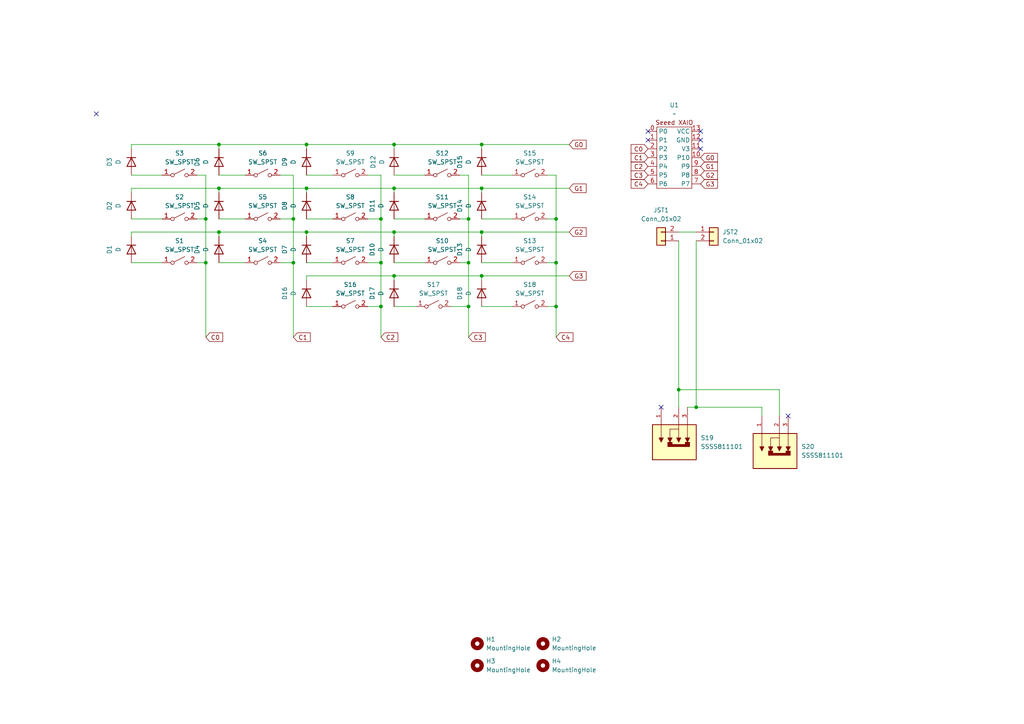
<source format=kicad_sch>
(kicad_sch (version 20231120) (generator "eeschema") (generator_version "8.0")
  (paper "A4")
  (lib_symbols
    (symbol "Connector_Generic:Conn_01x02" (pin_names (offset 1.016) hide)
      (property "Reference" "J" (at 0 2.54 0))
      (property "Value" "Conn_01x02" (at 0 -5.08 0))
      (symbol "Conn_01x02_1_1"
        (rectangle (start -1.27 -2.413) (end 0 -2.667) (stroke (width 0.1524)))
        (rectangle (start -1.27 0.127) (end 0 -0.127) (stroke (width 0.1524)))
        (rectangle (start -1.27 1.27) (end 1.27 -3.81) (stroke (width 0.254)) (fill (type background)))
        (pin passive line (at -5.08 0 0) (length 3.81) (name "Pin_1") (number "1"))
        (pin passive line (at -5.08 -2.54 0) (length 3.81) (name "Pin_2") (number "2"))
      )
    )
    (symbol "Device:D" (pin_numbers hide) (pin_names (offset 1.016) hide)
      (property "Reference" "D" (at 0 2.54 0))
      (property "Value" "D" (at 0 -2.54 0))
      (symbol "D_0_1"
        (polyline (pts (xy -1.27 1.27) (xy -1.27 -1.27)) (stroke (width 0.254)))
        (polyline (pts (xy 1.27 0) (xy -1.27 0)))
        (polyline (pts (xy 1.27 1.27) (xy 1.27 -1.27) (xy -1.27 0) (xy 1.27 1.27)) (stroke (width 0.254)))
      )
      (symbol "D_1_1"
        (pin passive line (at -3.81 0 0) (length 2.54) (name "K") (number "1"))
        (pin passive line (at 3.81 0 180) (length 2.54) (name "A") (number "2"))
      )
    )
    (symbol "Mechanical:MountingHole" (pin_names (offset 1.016)) (exclude_from_sim yes) (in_bom no)
      (property "Reference" "H" (at 0 5.08 0))
      (property "Value" "MountingHole" (at 0 3.175 0))
      (symbol "MountingHole_0_1"
        (circle (center 0 0) (radius 1.27) (stroke (width 1.27)))
      )
    )
    (symbol "Switch:SW_SPST" (pin_names (offset 0) hide)
      (property "Reference" "SW" (at 0 3.175 0))
      (property "Value" "SW_SPST" (at 0 -2.54 0))
      (symbol "SW_SPST_0_0"
        (circle (center -2.032 0) (radius 0.508))
        (polyline (pts (xy -1.524 0.254) (xy 1.524 1.778)))
        (circle (center 2.032 0) (radius 0.508))
      )
      (symbol "SW_SPST_1_1"
        (pin passive line (at -5.08 0 0) (length 2.54) (name "A") (number "1"))
        (pin passive line (at 5.08 0 180) (length 2.54) (name "B") (number "2"))
      )
    )
    (symbol "cSWITCH:SSSS811101" (pin_names (offset 1.016))
      (property "Reference" "S" (at -5.08 5.715 0))
      (property "Value" "SSSS811101" (at -5.08 -10.16 0))
      (symbol "SSSS811101_0_0"
        (rectangle (start -5.08 -7.62) (end 5.08 5.08) (stroke (width 0.254)) (fill (type background)))
        (polyline (pts (xy 3.81 -2.54) (xy 1.27 -2.54)) (stroke (width 0.1524)))
        (polyline (pts (xy 3.81 0) (xy 1.27 0)) (stroke (width 0.1524)))
        (polyline (pts (xy 3.81 0) (xy 3.81 -2.54)) (stroke (width 0.1524)))
        (polyline (pts (xy 5.08 -5.08) (xy 1.27 -5.08)) (stroke (width 0.1524)))
        (polyline (pts (xy 5.08 -2.54) (xy 3.81 -2.54)) (stroke (width 0.1524)))
        (polyline (pts (xy 5.08 2.54) (xy 1.27 2.54)) (stroke (width 0.1524)))
        (polyline (pts (xy 1.27 -5.715) (xy 1.27 -4.445) (xy 0 -5.08) (xy 1.27 -5.715)) (stroke (width 0.1524)) (fill (type outline)))
        (polyline (pts (xy 1.27 -3.175) (xy 1.27 -1.905) (xy 0 -2.54) (xy 1.27 -3.175)) (stroke (width 0.1524)) (fill (type outline)))
        (polyline (pts (xy 1.27 -0.635) (xy 1.27 0.635) (xy 0 0) (xy 1.27 -0.635)) (stroke (width 0.1524)) (fill (type outline)))
        (polyline (pts (xy 1.27 1.905) (xy 1.27 3.175) (xy 0 2.54) (xy 1.27 1.905)) (stroke (width 0.1524)) (fill (type outline)))
        (polyline (pts (xy 0 -4.445) (xy 0 -5.715) (xy -1.27 -5.715) (xy -1.27 0.635) (xy 0 0.635) (xy 0 -0.635) (xy -0.635 -0.635) (xy -0.635 -4.445) (xy 0 -4.445)) (stroke (width 0.1524)) (fill (type outline)))
        (pin passive line (at 10.16 2.54 180) (length 5.08) (name "~") (number "1"))
        (pin passive line (at 10.16 -2.54 180) (length 5.08) (name "~") (number "2"))
        (pin passive line (at 10.16 -5.08 180) (length 5.08) (name "~") (number "3"))
      )
    )
    (symbol "clacken:Seeed_XAIO"
      (property "Reference" "U" (at 0 -10.16 0))
      (symbol "Seeed_XAIO_0_1"
        (rectangle (start -5.08 8.89) (end 5.08 -8.89))
      )
      (symbol "Seeed_XAIO_1_1"
        (text "Seeed XAIO" (at 0 10.16 0) (effects (font (size 1.27 1.27))))
        (pin bidirectional line (at -7.62 7.62 0) (length 2.54) (name "P0") (number "0"))
        (pin bidirectional line (at -7.62 5.08 0) (length 2.54) (name "P1") (number "1"))
        (pin bidirectional line (at 7.62 0 180) (length 2.54) (name "P10") (number "10"))
        (pin output line (at 7.62 2.54 180) (length 2.54) (name "V3") (number "11"))
        (pin output line (at 7.62 5.08 180) (length 2.54) (name "GND") (number "12"))
        (pin output line (at 7.62 7.62 180) (length 2.54) (name "VCC") (number "13"))
        (pin bidirectional line (at -7.62 2.54 0) (length 2.54) (name "P2") (number "2"))
        (pin bidirectional line (at -7.62 0 0) (length 2.54) (name "P3") (number "3"))
        (pin bidirectional line (at -7.62 -2.54 0) (length 2.54) (name "P4") (number "4"))
        (pin bidirectional line (at -7.62 -5.08 0) (length 2.54) (name "P5") (number "5"))
        (pin bidirectional line (at -7.62 -7.62 0) (length 2.54) (name "P6") (number "6"))
        (pin bidirectional line (at 7.62 -7.62 180) (length 2.54) (name "P7") (number "7"))
        (pin bidirectional line (at 7.62 -5.08 180) (length 2.54) (name "P8") (number "8"))
        (pin bidirectional line (at 7.62 -2.54 180) (length 2.54) (name "P9") (number "9"))
      )
    )
  )
  (junction (at 135.89 88.9))
  (junction (at 85.09 63.5))
  (junction (at 139.7 41.91))
  (junction (at 139.7 80.01))
  (junction (at 63.5 67.31))
  (junction (at 161.29 63.5))
  (junction (at 59.69 76.2))
  (junction (at 85.09 76.2))
  (junction (at 139.7 54.61))
  (junction (at 88.9 54.61))
  (junction (at 201.93 118.11))
  (junction (at 59.69 63.5))
  (junction (at 139.7 67.31))
  (junction (at 88.9 41.91))
  (junction (at 135.89 63.5))
  (junction (at 88.9 67.31))
  (junction (at 135.89 76.2))
  (junction (at 110.49 88.9))
  (junction (at 114.3 80.01))
  (junction (at 110.49 76.2))
  (junction (at 63.5 54.61))
  (junction (at 161.29 76.2))
  (junction (at 161.29 88.9))
  (junction (at 114.3 41.91))
  (junction (at 114.3 54.61))
  (junction (at 114.3 67.31))
  (junction (at 63.5 41.91))
  (junction (at 196.85 113.03))
  (junction (at 110.49 63.5))
  (no_connect (at 187.96 38.1))
  (no_connect (at 203.2 38.1))
  (no_connect (at 187.96 40.64))
  (no_connect (at 27.94 33.02))
  (no_connect (at 203.2 40.64))
  (no_connect (at 203.2 43.18))
  (no_connect (at 191.77 118.11))
  (no_connect (at 228.6 120.65))
  (wire (pts (xy 63.5 63.5) (xy 71.12 63.5)))
  (wire (pts (xy 85.09 76.2) (xy 85.09 97.79)))
  (wire (pts (xy 114.3 67.31) (xy 139.7 67.31)))
  (wire (pts (xy 88.9 54.61) (xy 88.9 55.88)))
  (wire (pts (xy 199.39 118.11) (xy 201.93 118.11)))
  (wire (pts (xy 114.3 80.01) (xy 114.3 81.28)))
  (wire (pts (xy 196.85 69.85) (xy 196.85 113.03)))
  (wire (pts (xy 165.1 41.91) (xy 139.7 41.91)))
  (wire (pts (xy 85.09 63.5) (xy 81.28 63.5)))
  (wire (pts (xy 88.9 88.9) (xy 96.52 88.9)))
  (wire (pts (xy 63.5 41.91) (xy 63.5 43.18)))
  (wire (pts (xy 135.89 88.9) (xy 130.81 88.9)))
  (wire (pts (xy 59.69 63.5) (xy 57.15 63.5)))
  (wire (pts (xy 38.1 50.8) (xy 46.99 50.8)))
  (wire (pts (xy 88.9 41.91) (xy 88.9 43.18)))
  (wire (pts (xy 135.89 76.2) (xy 135.89 88.9)))
  (wire (pts (xy 135.89 97.79) (xy 135.89 88.9)))
  (wire (pts (xy 114.3 54.61) (xy 114.3 55.88)))
  (wire (pts (xy 114.3 76.2) (xy 123.19 76.2)))
  (wire (pts (xy 196.85 113.03) (xy 196.85 118.11)))
  (wire (pts (xy 59.69 63.5) (xy 59.69 76.2)))
  (wire (pts (xy 139.7 41.91) (xy 139.7 43.18)))
  (wire (pts (xy 63.5 54.61) (xy 63.5 55.88)))
  (wire (pts (xy 135.89 50.8) (xy 133.35 50.8)))
  (wire (pts (xy 110.49 76.2) (xy 106.68 76.2)))
  (wire (pts (xy 110.49 76.2) (xy 110.49 88.9)))
  (wire (pts (xy 226.06 113.03) (xy 196.85 113.03)))
  (wire (pts (xy 110.49 97.79) (xy 110.49 88.9)))
  (wire (pts (xy 139.7 54.61) (xy 139.7 55.88)))
  (wire (pts (xy 63.5 54.61) (xy 38.1 54.61)))
  (wire (pts (xy 88.9 50.8) (xy 96.52 50.8)))
  (wire (pts (xy 114.3 80.01) (xy 88.9 80.01)))
  (wire (pts (xy 85.09 50.8) (xy 81.28 50.8)))
  (wire (pts (xy 88.9 76.2) (xy 96.52 76.2)))
  (wire (pts (xy 139.7 67.31) (xy 139.7 68.58)))
  (wire (pts (xy 59.69 76.2) (xy 57.15 76.2)))
  (wire (pts (xy 139.7 80.01) (xy 139.7 81.28)))
  (wire (pts (xy 161.29 76.2) (xy 161.29 63.5)))
  (wire (pts (xy 38.1 54.61) (xy 38.1 55.88)))
  (wire (pts (xy 88.9 80.01) (xy 88.9 81.28)))
  (wire (pts (xy 85.09 76.2) (xy 81.28 76.2)))
  (wire (pts (xy 88.9 41.91) (xy 63.5 41.91)))
  (wire (pts (xy 226.06 120.65) (xy 226.06 113.03)))
  (wire (pts (xy 110.49 88.9) (xy 106.68 88.9)))
  (wire (pts (xy 63.5 41.91) (xy 38.1 41.91)))
  (wire (pts (xy 114.3 50.8) (xy 123.19 50.8)))
  (wire (pts (xy 85.09 50.8) (xy 85.09 63.5)))
  (wire (pts (xy 161.29 63.5) (xy 161.29 50.8)))
  (wire (pts (xy 63.5 67.31) (xy 63.5 68.58)))
  (wire (pts (xy 38.1 76.2) (xy 46.99 76.2)))
  (wire (pts (xy 88.9 54.61) (xy 63.5 54.61)))
  (wire (pts (xy 139.7 54.61) (xy 114.3 54.61)))
  (wire (pts (xy 114.3 54.61) (xy 88.9 54.61)))
  (wire (pts (xy 161.29 88.9) (xy 161.29 76.2)))
  (wire (pts (xy 38.1 67.31) (xy 38.1 68.58)))
  (wire (pts (xy 63.5 67.31) (xy 38.1 67.31)))
  (wire (pts (xy 220.98 120.65) (xy 220.98 118.11)))
  (wire (pts (xy 110.49 50.8) (xy 110.49 63.5)))
  (wire (pts (xy 88.9 67.31) (xy 63.5 67.31)))
  (wire (pts (xy 114.3 80.01) (xy 139.7 80.01)))
  (wire (pts (xy 38.1 63.5) (xy 46.99 63.5)))
  (wire (pts (xy 161.29 88.9) (xy 161.29 97.79)))
  (wire (pts (xy 114.3 88.9) (xy 120.65 88.9)))
  (wire (pts (xy 114.3 63.5) (xy 123.19 63.5)))
  (wire (pts (xy 114.3 41.91) (xy 114.3 43.18)))
  (wire (pts (xy 88.9 63.5) (xy 96.52 63.5)))
  (wire (pts (xy 85.09 63.5) (xy 85.09 76.2)))
  (wire (pts (xy 135.89 63.5) (xy 135.89 76.2)))
  (wire (pts (xy 110.49 63.5) (xy 110.49 76.2)))
  (wire (pts (xy 110.49 50.8) (xy 106.68 50.8)))
  (wire (pts (xy 139.7 41.91) (xy 114.3 41.91)))
  (wire (pts (xy 139.7 63.5) (xy 148.59 63.5)))
  (wire (pts (xy 88.9 67.31) (xy 88.9 68.58)))
  (wire (pts (xy 196.85 67.31) (xy 201.93 67.31)))
  (wire (pts (xy 139.7 50.8) (xy 148.59 50.8)))
  (wire (pts (xy 161.29 63.5) (xy 158.75 63.5)))
  (wire (pts (xy 165.1 67.31) (xy 139.7 67.31)))
  (wire (pts (xy 114.3 68.58) (xy 114.3 67.31)))
  (wire (pts (xy 110.49 63.5) (xy 106.68 63.5)))
  (wire (pts (xy 114.3 41.91) (xy 88.9 41.91)))
  (wire (pts (xy 201.93 69.85) (xy 201.93 118.11)))
  (wire (pts (xy 161.29 76.2) (xy 158.75 76.2)))
  (wire (pts (xy 63.5 76.2) (xy 71.12 76.2)))
  (wire (pts (xy 59.69 50.8) (xy 57.15 50.8)))
  (wire (pts (xy 161.29 50.8) (xy 158.75 50.8)))
  (wire (pts (xy 139.7 88.9) (xy 148.59 88.9)))
  (wire (pts (xy 135.89 50.8) (xy 135.89 63.5)))
  (wire (pts (xy 114.3 67.31) (xy 88.9 67.31)))
  (wire (pts (xy 135.89 76.2) (xy 133.35 76.2)))
  (wire (pts (xy 59.69 97.79) (xy 59.69 76.2)))
  (wire (pts (xy 139.7 80.01) (xy 165.1 80.01)))
  (wire (pts (xy 201.93 118.11) (xy 220.98 118.11)))
  (wire (pts (xy 135.89 63.5) (xy 133.35 63.5)))
  (wire (pts (xy 165.1 54.61) (xy 139.7 54.61)))
  (wire (pts (xy 158.75 88.9) (xy 161.29 88.9)))
  (wire (pts (xy 38.1 41.91) (xy 38.1 43.18)))
  (wire (pts (xy 59.69 50.8) (xy 59.69 63.5)))
  (wire (pts (xy 63.5 50.8) (xy 71.12 50.8)))
  (wire (pts (xy 139.7 76.2) (xy 148.59 76.2)))
  (global_label "C0" (shape input) (at 59.69 97.79 0) (property "Intersheetrefs" "${INTERSHEET_REFS}" (effects (hide yes))))
  (global_label "G0" (shape input) (at 165.1 41.91 0) (property "Intersheetrefs" "${INTERSHEET_REFS}" (effects (hide yes))))
  (global_label "G3" (shape input) (at 203.2 53.34 0) (property "Intersheetrefs" "${INTERSHEET_REFS}" (effects (hide yes))))
  (global_label "C3" (shape input) (at 135.89 97.79 0) (property "Intersheetrefs" "${INTERSHEET_REFS}" (effects (hide yes))))
  (global_label "C1" (shape input) (at 85.09 97.79 0) (property "Intersheetrefs" "${INTERSHEET_REFS}" (effects (hide yes))))
  (global_label "C2" (shape input) (at 110.49 97.79 0) (property "Intersheetrefs" "${INTERSHEET_REFS}" (effects (hide yes))))
  (global_label "C2" (shape input) (at 187.96 48.26 180) (property "Intersheetrefs" "${INTERSHEET_REFS}" (effects (hide yes))))
  (global_label "G2" (shape input) (at 165.1 67.31 0) (property "Intersheetrefs" "${INTERSHEET_REFS}" (effects (hide yes))))
  (global_label "C0" (shape input) (at 187.96 43.18 180) (property "Intersheetrefs" "${INTERSHEET_REFS}" (effects (hide yes))))
  (global_label "G1" (shape input) (at 165.1 54.61 0) (property "Intersheetrefs" "${INTERSHEET_REFS}" (effects (hide yes))))
  (global_label "C4" (shape input) (at 187.96 53.34 180) (property "Intersheetrefs" "${INTERSHEET_REFS}" (effects (hide yes))))
  (global_label "G0" (shape input) (at 203.2 45.72 0) (property "Intersheetrefs" "${INTERSHEET_REFS}" (effects (hide yes))))
  (global_label "G1" (shape input) (at 203.2 48.26 0) (property "Intersheetrefs" "${INTERSHEET_REFS}" (effects (hide yes))))
  (global_label "G2" (shape input) (at 203.2 50.8 0) (property "Intersheetrefs" "${INTERSHEET_REFS}" (effects (hide yes))))
  (global_label "G3" (shape input) (at 165.1 80.01 0) (property "Intersheetrefs" "${INTERSHEET_REFS}" (effects (hide yes))))
  (global_label "C4" (shape input) (at 161.29 97.79 0) (property "Intersheetrefs" "${INTERSHEET_REFS}" (effects (hide yes))))
  (global_label "C3" (shape input) (at 187.96 50.8 180) (property "Intersheetrefs" "${INTERSHEET_REFS}" (effects (hide yes))))
  (global_label "C1" (shape input) (at 187.96 45.72 180) (property "Intersheetrefs" "${INTERSHEET_REFS}" (effects (hide yes))))
  (symbol (lib_id "Device:D") (at 114.3 72.39 90) (mirror x) (unit 1)
    (property "Reference" "D10" (at 107.95 72.39 0))
    (property "Value" "D" (at 110.49 72.39 0))
    (property "Footprint" "clacken:reversable_diode" (effects (hide yes)))
    (property "Description" "Diode" (effects (hide yes)))
    (property "Sim.Device" "D" (effects (hide yes)))
    (property "Sim.Pins" "1=K 2=A" (effects (hide yes)))
  )
  (symbol (lib_id "Switch:SW_SPST") (at 153.67 88.9 0) (unit 1)
    (property "Reference" "S18" (at 153.67 82.55 0))
    (property "Value" "SW_SPST" (at 153.67 85.09 0))
    (property "Footprint" "clacken:choc_switches" (effects (hide yes)))
    (property "Description" "Single Pole Single Throw (SPST) switch" (effects (hide yes)))
  )
  (symbol (lib_id "Mechanical:MountingHole") (at 157.48 193.04 0) (unit 1) (exclude_from_sim yes) (in_bom no)
    (property "Reference" "H4" (at 160.02 191.7699 0) (effects (justify left)))
    (property "Value" "MountingHole" (at 160.02 194.3099 0) (effects (justify left)))
    (property "Footprint" "MountingHole:MountingHole_2.2mm_M2" (effects (hide yes)))
    (property "Description" "Mounting Hole without connection" (effects (hide yes)))
  )
  (symbol (lib_id "Device:D") (at 139.7 59.69 90) (mirror x) (unit 1)
    (property "Reference" "D14" (at 133.35 59.69 0))
    (property "Value" "D" (at 135.89 59.69 0))
    (property "Footprint" "clacken:reversable_diode" (effects (hide yes)))
    (property "Description" "Diode" (effects (hide yes)))
    (property "Sim.Device" "D" (effects (hide yes)))
    (property "Sim.Pins" "1=K 2=A" (effects (hide yes)))
  )
  (symbol (lib_id "clacken:Seeed_XAIO") (at 195.58 45.72 0) (unit 1)
    (property "Reference" "U1" (at 195.58 30.48 0))
    (property "Value" "~" (at 195.58 33.02 0))
    (property "Footprint" "clacken:seeed_xaio" (effects (hide yes)))
  )
  (symbol (lib_id "Device:D") (at 88.9 59.69 90) (mirror x) (unit 1)
    (property "Reference" "D8" (at 82.55 59.69 0))
    (property "Value" "D" (at 85.09 59.69 0))
    (property "Footprint" "clacken:reversable_diode" (effects (hide yes)))
    (property "Description" "Diode" (effects (hide yes)))
    (property "Sim.Device" "D" (effects (hide yes)))
    (property "Sim.Pins" "1=K 2=A" (effects (hide yes)))
  )
  (symbol (lib_id "Switch:SW_SPST") (at 52.07 76.2 0) (unit 1)
    (property "Reference" "S1" (at 52.07 69.85 0))
    (property "Value" "SW_SPST" (at 52.07 72.39 0))
    (property "Footprint" "clacken:choc_switches" (effects (hide yes)))
    (property "Description" "Single Pole Single Throw (SPST) switch" (effects (hide yes)))
  )
  (symbol (lib_id "Switch:SW_SPST") (at 125.73 88.9 0) (unit 1)
    (property "Reference" "S17" (at 125.73 82.55 0))
    (property "Value" "SW_SPST" (at 125.73 85.09 0))
    (property "Footprint" "clacken:choc_switches" (effects (hide yes)))
    (property "Description" "Single Pole Single Throw (SPST) switch" (effects (hide yes)))
  )
  (symbol (lib_id "Switch:SW_SPST") (at 76.2 76.2 0) (unit 1)
    (property "Reference" "S4" (at 76.2 69.85 0))
    (property "Value" "SW_SPST" (at 76.2 72.39 0))
    (property "Footprint" "clacken:choc_switches" (effects (hide yes)))
    (property "Description" "Single Pole Single Throw (SPST) switch" (effects (hide yes)))
  )
  (symbol (lib_id "Switch:SW_SPST") (at 52.07 50.8 0) (unit 1)
    (property "Reference" "S3" (at 52.07 44.45 0))
    (property "Value" "SW_SPST" (at 52.07 46.99 0))
    (property "Footprint" "clacken:choc_switches" (effects (hide yes)))
    (property "Description" "Single Pole Single Throw (SPST) switch" (effects (hide yes)))
  )
  (symbol (lib_id "Switch:SW_SPST") (at 128.27 76.2 0) (unit 1)
    (property "Reference" "S10" (at 128.27 69.85 0))
    (property "Value" "SW_SPST" (at 128.27 72.39 0))
    (property "Footprint" "clacken:choc_switches" (effects (hide yes)))
    (property "Description" "Single Pole Single Throw (SPST) switch" (effects (hide yes)))
  )
  (symbol (lib_id "Connector_Generic:Conn_01x02") (at 191.77 69.85 180) (unit 1)
    (property "Reference" "JST1" (at 191.77 60.96 0))
    (property "Value" "Conn_01x02" (at 191.77 63.5 0))
    (property "Footprint" "clacken:JST_angled" (effects (hide yes)))
    (property "Description" "Generic connector, single row, 01x02, script generated (kicad-library-utils/schlib/autogen/connector/)" (effects (hide yes)))
  )
  (symbol (lib_id "Mechanical:MountingHole") (at 138.43 186.69 0) (unit 1) (exclude_from_sim yes) (in_bom no)
    (property "Reference" "H1" (at 140.97 185.4199 0) (effects (justify left)))
    (property "Value" "MountingHole" (at 140.97 187.9599 0) (effects (justify left)))
    (property "Footprint" "MountingHole:MountingHole_2.2mm_M2" (effects (hide yes)))
    (property "Description" "Mounting Hole without connection" (effects (hide yes)))
  )
  (symbol (lib_id "Device:D") (at 139.7 72.39 90) (mirror x) (unit 1)
    (property "Reference" "D13" (at 133.35 72.39 0))
    (property "Value" "D" (at 135.89 72.39 0))
    (property "Footprint" "clacken:reversable_diode" (effects (hide yes)))
    (property "Description" "Diode" (effects (hide yes)))
    (property "Sim.Device" "D" (effects (hide yes)))
    (property "Sim.Pins" "1=K 2=A" (effects (hide yes)))
  )
  (symbol (lib_id "Switch:SW_SPST") (at 101.6 76.2 0) (unit 1)
    (property "Reference" "S7" (at 101.6 69.85 0))
    (property "Value" "SW_SPST" (at 101.6 72.39 0))
    (property "Footprint" "clacken:choc_switches" (effects (hide yes)))
    (property "Description" "Single Pole Single Throw (SPST) switch" (effects (hide yes)))
  )
  (symbol (lib_id "Mechanical:MountingHole") (at 157.48 186.69 0) (unit 1) (exclude_from_sim yes) (in_bom no)
    (property "Reference" "H2" (at 160.02 185.4199 0) (effects (justify left)))
    (property "Value" "MountingHole" (at 160.02 187.9599 0) (effects (justify left)))
    (property "Footprint" "MountingHole:MountingHole_2.2mm_M2" (effects (hide yes)))
    (property "Description" "Mounting Hole without connection" (effects (hide yes)))
  )
  (symbol (lib_id "cSWITCH:SSSS811101") (at 223.52 130.81 90) (unit 1)
    (property "Reference" "S20" (at 232.41 129.5399 90) (effects (justify right)))
    (property "Value" "SSSS811101" (at 232.41 132.0799 90) (effects (justify right)))
    (property "Footprint" "sCLACKEN:SW_SSSS811101" (effects (hide yes)))
    (property "PARTREV" "N/A" (effects (hide yes)))
    (property "STANDARD" "Manufacturer Recommendations" (effects (hide yes)))
    (property "MAXIMUM_PACKAGE_HEIGHT" "1.60 mm" (effects (hide yes)))
    (property "MANUFACTURER" "ALPS" (effects (hide yes)))
  )
  (symbol (lib_id "Device:D") (at 139.7 46.99 90) (mirror x) (unit 1)
    (property "Reference" "D15" (at 133.35 46.99 0))
    (property "Value" "D" (at 135.89 46.99 0))
    (property "Footprint" "clacken:reversable_diode" (effects (hide yes)))
    (property "Description" "Diode" (effects (hide yes)))
    (property "Sim.Device" "D" (effects (hide yes)))
    (property "Sim.Pins" "1=K 2=A" (effects (hide yes)))
  )
  (symbol (lib_id "Device:D") (at 63.5 59.69 90) (mirror x) (unit 1)
    (property "Reference" "D5" (at 57.15 59.69 0))
    (property "Value" "D" (at 59.69 59.69 0))
    (property "Footprint" "clacken:reversable_diode" (effects (hide yes)))
    (property "Description" "Diode" (effects (hide yes)))
    (property "Sim.Device" "D" (effects (hide yes)))
    (property "Sim.Pins" "1=K 2=A" (effects (hide yes)))
  )
  (symbol (lib_id "Device:D") (at 38.1 59.69 90) (mirror x) (unit 1)
    (property "Reference" "D2" (at 31.75 59.69 0))
    (property "Value" "D" (at 34.29 59.69 0))
    (property "Footprint" "clacken:reversable_diode" (effects (hide yes)))
    (property "Description" "Diode" (effects (hide yes)))
    (property "Sim.Device" "D" (effects (hide yes)))
    (property "Sim.Pins" "1=K 2=A" (effects (hide yes)))
  )
  (symbol (lib_id "Device:D") (at 114.3 46.99 90) (mirror x) (unit 1)
    (property "Reference" "D12" (at 108.204 46.99 0))
    (property "Value" "D" (at 110.744 46.99 0))
    (property "Footprint" "clacken:reversable_diode" (effects (hide yes)))
    (property "Description" "Diode" (effects (hide yes)))
    (property "Sim.Device" "D" (effects (hide yes)))
    (property "Sim.Pins" "1=K 2=A" (effects (hide yes)))
  )
  (symbol (lib_id "Switch:SW_SPST") (at 153.67 50.8 0) (unit 1)
    (property "Reference" "S15" (at 153.67 44.45 0))
    (property "Value" "SW_SPST" (at 153.67 46.99 0))
    (property "Footprint" "clacken:choc_switches" (effects (hide yes)))
    (property "Description" "Single Pole Single Throw (SPST) switch" (effects (hide yes)))
  )
  (symbol (lib_id "Connector_Generic:Conn_01x02") (at 207.01 67.31 0) (unit 1)
    (property "Reference" "JST2" (at 209.55 67.3099 0) (effects (justify left)))
    (property "Value" "Conn_01x02" (at 209.55 69.8499 0) (effects (justify left)))
    (property "Footprint" "clacken:JST_angled" (effects (hide yes)))
    (property "Description" "Generic connector, single row, 01x02, script generated (kicad-library-utils/schlib/autogen/connector/)" (effects (hide yes)))
  )
  (symbol (lib_id "Device:D") (at 38.1 72.39 90) (mirror x) (unit 1)
    (property "Reference" "D1" (at 31.75 72.39 0))
    (property "Value" "D" (at 34.29 72.39 0))
    (property "Footprint" "clacken:reversable_diode" (effects (hide yes)))
    (property "Description" "Diode" (effects (hide yes)))
    (property "Sim.Device" "D" (effects (hide yes)))
    (property "Sim.Pins" "1=K 2=A" (effects (hide yes)))
  )
  (symbol (lib_id "Switch:SW_SPST") (at 101.6 88.9 0) (unit 1)
    (property "Reference" "S16" (at 101.6 82.55 0))
    (property "Value" "SW_SPST" (at 101.6 85.09 0))
    (property "Footprint" "clacken:choc_switches" (effects (hide yes)))
    (property "Description" "Single Pole Single Throw (SPST) switch" (effects (hide yes)))
  )
  (symbol (lib_id "Switch:SW_SPST") (at 128.27 50.8 0) (unit 1)
    (property "Reference" "S12" (at 128.27 44.45 0))
    (property "Value" "SW_SPST" (at 128.27 46.99 0))
    (property "Footprint" "clacken:choc_switches" (effects (hide yes)))
    (property "Description" "Single Pole Single Throw (SPST) switch" (effects (hide yes)))
  )
  (symbol (lib_id "Switch:SW_SPST") (at 153.67 63.5 0) (unit 1)
    (property "Reference" "S14" (at 153.67 57.15 0))
    (property "Value" "SW_SPST" (at 153.67 59.69 0))
    (property "Footprint" "clacken:choc_switches" (effects (hide yes)))
    (property "Description" "Single Pole Single Throw (SPST) switch" (effects (hide yes)))
  )
  (symbol (lib_id "Switch:SW_SPST") (at 101.6 63.5 0) (unit 1)
    (property "Reference" "S8" (at 101.6 57.15 0))
    (property "Value" "SW_SPST" (at 101.6 59.69 0))
    (property "Footprint" "clacken:choc_switches" (effects (hide yes)))
    (property "Description" "Single Pole Single Throw (SPST) switch" (effects (hide yes)))
  )
  (symbol (lib_id "Device:D") (at 114.3 59.69 90) (mirror x) (unit 1)
    (property "Reference" "D11" (at 107.95 59.69 0))
    (property "Value" "D" (at 110.49 59.69 0))
    (property "Footprint" "clacken:reversable_diode" (effects (hide yes)))
    (property "Description" "Diode" (effects (hide yes)))
    (property "Sim.Device" "D" (effects (hide yes)))
    (property "Sim.Pins" "1=K 2=A" (effects (hide yes)))
  )
  (symbol (lib_id "Switch:SW_SPST") (at 76.2 50.8 0) (unit 1)
    (property "Reference" "S6" (at 76.2 44.45 0))
    (property "Value" "SW_SPST" (at 76.2 46.99 0))
    (property "Footprint" "clacken:choc_switches" (effects (hide yes)))
    (property "Description" "Single Pole Single Throw (SPST) switch" (effects (hide yes)))
  )
  (symbol (lib_id "Switch:SW_SPST") (at 76.2 63.5 0) (unit 1)
    (property "Reference" "S5" (at 76.2 57.15 0))
    (property "Value" "SW_SPST" (at 76.2 59.69 0))
    (property "Footprint" "clacken:choc_switches" (effects (hide yes)))
    (property "Description" "Single Pole Single Throw (SPST) switch" (effects (hide yes)))
  )
  (symbol (lib_id "Switch:SW_SPST") (at 52.07 63.5 0) (unit 1)
    (property "Reference" "S2" (at 52.07 57.15 0))
    (property "Value" "SW_SPST" (at 52.07 59.69 0))
    (property "Footprint" "clacken:choc_switches" (effects (hide yes)))
    (property "Description" "Single Pole Single Throw (SPST) switch" (effects (hide yes)))
  )
  (symbol (lib_id "Switch:SW_SPST") (at 153.67 76.2 0) (unit 1)
    (property "Reference" "S13" (at 153.67 69.85 0))
    (property "Value" "SW_SPST" (at 153.67 72.39 0))
    (property "Footprint" "clacken:choc_switches" (effects (hide yes)))
    (property "Description" "Single Pole Single Throw (SPST) switch" (effects (hide yes)))
  )
  (symbol (lib_id "Device:D") (at 139.7 85.09 90) (mirror x) (unit 1)
    (property "Reference" "D18" (at 133.35 85.09 0))
    (property "Value" "D" (at 135.89 85.09 0))
    (property "Footprint" "clacken:reversable_diode" (effects (hide yes)))
    (property "Description" "Diode" (effects (hide yes)))
    (property "Sim.Device" "D" (effects (hide yes)))
    (property "Sim.Pins" "1=K 2=A" (effects (hide yes)))
  )
  (symbol (lib_id "Switch:SW_SPST") (at 128.27 63.5 0) (unit 1)
    (property "Reference" "S11" (at 128.27 57.15 0))
    (property "Value" "SW_SPST" (at 128.27 59.69 0))
    (property "Footprint" "clacken:choc_switches" (effects (hide yes)))
    (property "Description" "Single Pole Single Throw (SPST) switch" (effects (hide yes)))
  )
  (symbol (lib_id "Mechanical:MountingHole") (at 138.43 193.04 0) (unit 1) (exclude_from_sim yes) (in_bom no)
    (property "Reference" "H3" (at 140.97 191.7699 0) (effects (justify left)))
    (property "Value" "MountingHole" (at 140.97 194.3099 0) (effects (justify left)))
    (property "Footprint" "MountingHole:MountingHole_2.2mm_M2" (effects (hide yes)))
    (property "Description" "Mounting Hole without connection" (effects (hide yes)))
  )
  (symbol (lib_id "Device:D") (at 63.5 46.99 90) (mirror x) (unit 1)
    (property "Reference" "D6" (at 57.15 46.99 0))
    (property "Value" "D" (at 59.69 46.99 0))
    (property "Footprint" "clacken:reversable_diode" (effects (hide yes)))
    (property "Description" "Diode" (effects (hide yes)))
    (property "Sim.Device" "D" (effects (hide yes)))
    (property "Sim.Pins" "1=K 2=A" (effects (hide yes)))
  )
  (symbol (lib_id "Device:D") (at 88.9 72.39 90) (mirror x) (unit 1)
    (property "Reference" "D7" (at 82.55 72.39 0))
    (property "Value" "D" (at 85.09 72.39 0))
    (property "Footprint" "clacken:reversable_diode" (effects (hide yes)))
    (property "Description" "Diode" (effects (hide yes)))
    (property "Sim.Device" "D" (effects (hide yes)))
    (property "Sim.Pins" "1=K 2=A" (effects (hide yes)))
  )
  (symbol (lib_id "Switch:SW_SPST") (at 101.6 50.8 0) (unit 1)
    (property "Reference" "S9" (at 101.6 44.45 0))
    (property "Value" "SW_SPST" (at 101.6 46.99 0))
    (property "Footprint" "clacken:choc_switches" (effects (hide yes)))
    (property "Description" "Single Pole Single Throw (SPST) switch" (effects (hide yes)))
  )
  (symbol (lib_id "Device:D") (at 88.9 46.99 90) (mirror x) (unit 1)
    (property "Reference" "D9" (at 82.55 46.99 0))
    (property "Value" "D" (at 85.09 46.99 0))
    (property "Footprint" "clacken:reversable_diode" (effects (hide yes)))
    (property "Description" "Diode" (effects (hide yes)))
    (property "Sim.Device" "D" (effects (hide yes)))
    (property "Sim.Pins" "1=K 2=A" (effects (hide yes)))
  )
  (symbol (lib_id "cSWITCH:SSSS811101") (at 194.31 128.27 90) (unit 1)
    (property "Reference" "S19" (at 203.2 126.9999 90) (effects (justify right)))
    (property "Value" "SSSS811101" (at 203.2 129.5399 90) (effects (justify right)))
    (property "Footprint" "sCLACKEN:SW_SSSS811101" (effects (hide yes)))
    (property "PARTREV" "N/A" (effects (hide yes)))
    (property "STANDARD" "Manufacturer Recommendations" (effects (hide yes)))
    (property "MAXIMUM_PACKAGE_HEIGHT" "1.60 mm" (effects (hide yes)))
    (property "MANUFACTURER" "ALPS" (effects (hide yes)))
  )
  (symbol (lib_id "Device:D") (at 63.5 72.39 90) (mirror x) (unit 1)
    (property "Reference" "D4" (at 57.15 72.39 0))
    (property "Value" "D" (at 59.69 72.39 0))
    (property "Footprint" "clacken:reversable_diode" (effects (hide yes)))
    (property "Description" "Diode" (effects (hide yes)))
    (property "Sim.Device" "D" (effects (hide yes)))
    (property "Sim.Pins" "1=K 2=A" (effects (hide yes)))
  )
  (symbol (lib_id "Device:D") (at 114.3 85.09 90) (mirror x) (unit 1)
    (property "Reference" "D17" (at 107.95 85.09 0))
    (property "Value" "D" (at 110.49 85.09 0))
    (property "Footprint" "clacken:reversable_diode" (effects (hide yes)))
    (property "Description" "Diode" (effects (hide yes)))
    (property "Sim.Device" "D" (effects (hide yes)))
    (property "Sim.Pins" "1=K 2=A" (effects (hide yes)))
  )
  (symbol (lib_id "Device:D") (at 38.1 46.99 90) (mirror x) (unit 1)
    (property "Reference" "D3" (at 31.75 46.99 0))
    (property "Value" "D" (at 34.29 46.99 0))
    (property "Footprint" "clacken:reversable_diode" (effects (hide yes)))
    (property "Description" "Diode" (effects (hide yes)))
    (property "Sim.Device" "D" (effects (hide yes)))
    (property "Sim.Pins" "1=K 2=A" (effects (hide yes)))
  )
  (symbol (lib_id "Device:D") (at 88.9 85.09 90) (mirror x) (unit 1)
    (property "Reference" "D16" (at 82.55 85.09 0))
    (property "Value" "D" (at 85.09 85.09 0))
    (property "Footprint" "clacken:reversable_diode" (effects (hide yes)))
    (property "Description" "Diode" (effects (hide yes)))
    (property "Sim.Device" "D" (effects (hide yes)))
    (property "Sim.Pins" "1=K 2=A" (effects (hide yes)))
  )
)
</source>
